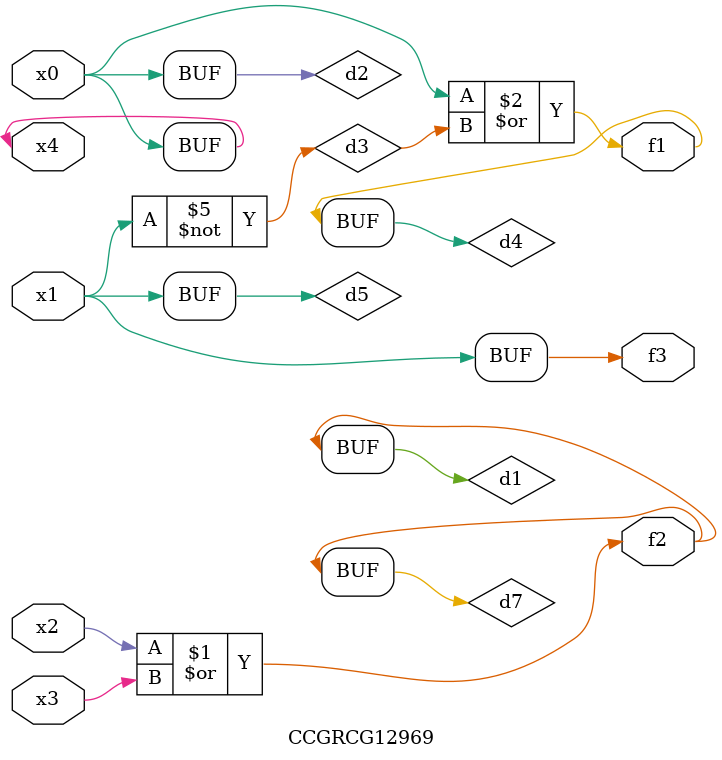
<source format=v>
module CCGRCG12969(
	input x0, x1, x2, x3, x4,
	output f1, f2, f3
);

	wire d1, d2, d3, d4, d5, d6, d7;

	or (d1, x2, x3);
	buf (d2, x0, x4);
	not (d3, x1);
	or (d4, d2, d3);
	not (d5, d3);
	nand (d6, d1, d3);
	or (d7, d1);
	assign f1 = d4;
	assign f2 = d7;
	assign f3 = d5;
endmodule

</source>
